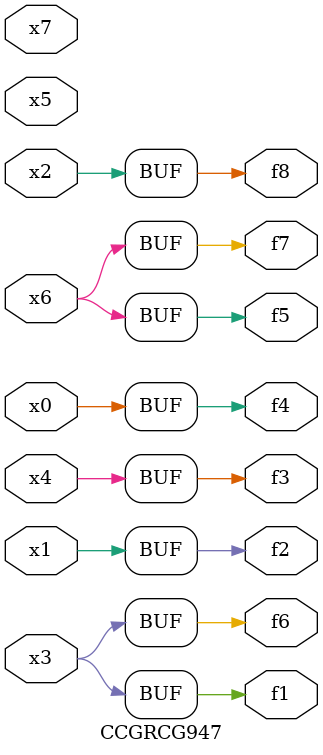
<source format=v>
module CCGRCG947(
	input x0, x1, x2, x3, x4, x5, x6, x7,
	output f1, f2, f3, f4, f5, f6, f7, f8
);
	assign f1 = x3;
	assign f2 = x1;
	assign f3 = x4;
	assign f4 = x0;
	assign f5 = x6;
	assign f6 = x3;
	assign f7 = x6;
	assign f8 = x2;
endmodule

</source>
